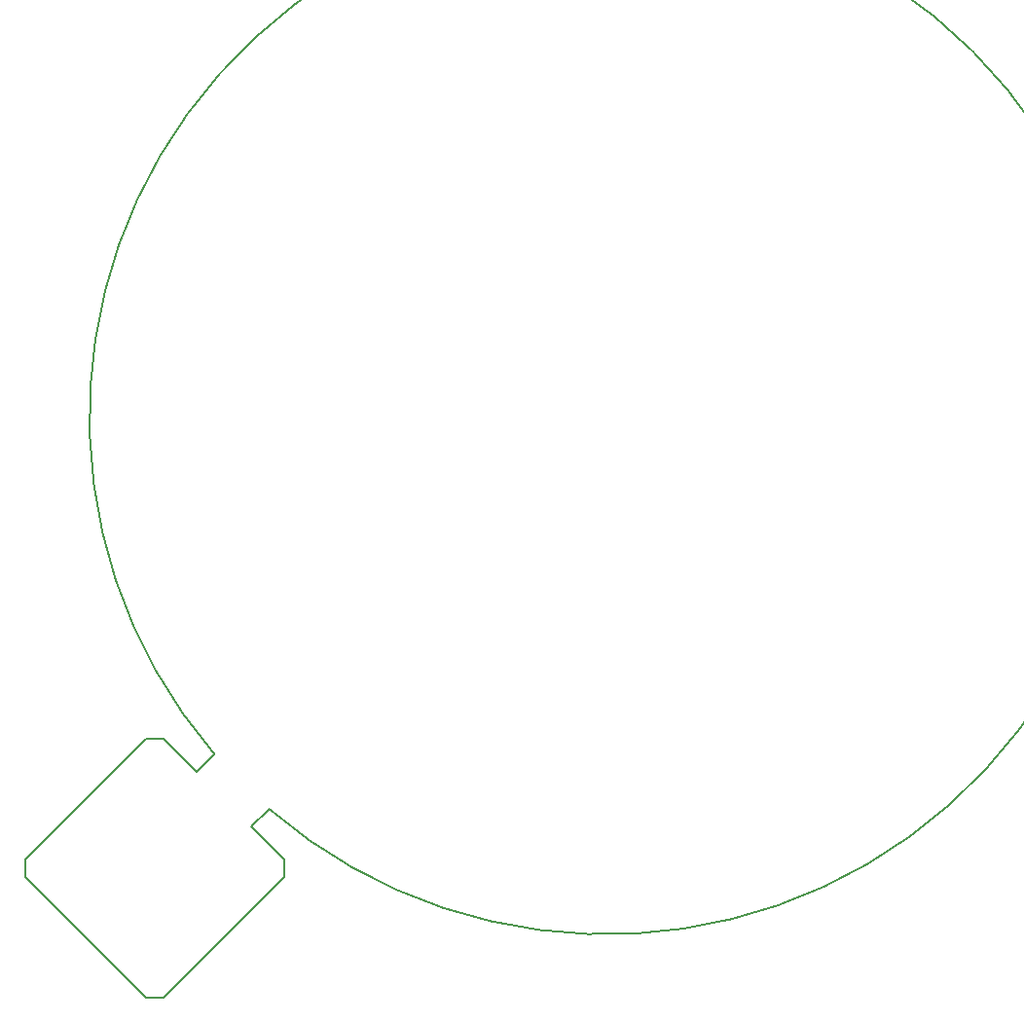
<source format=gko>
G04 Layer_Color=16711935*
%FSLAX44Y44*%
%MOMM*%
G71*
G01*
G75*
%ADD27C,0.2000*%
D27*
X-293652Y-340982D02*
G03*
X-341316Y-293263I293652J340982D01*
G01*
X-385607Y-279912D02*
X-356801Y-308718D01*
X-400607Y-279912D02*
X-385607D01*
X-505607Y-384912D02*
X-400607Y-279912D01*
X-385607Y-504912D02*
X-280607Y-399912D01*
X-280607Y-384912D02*
X-280607Y-399912D01*
X-309072Y-356448D02*
X-280607Y-384912D01*
X-505607Y-399912D02*
X-400607Y-504912D01*
X-505607Y-399912D02*
Y-384912D01*
X-400607Y-504912D02*
X-385607D01*
X-356801Y-308718D02*
X-341533Y-293449D01*
X-309072Y-356448D02*
X-293939Y-341315D01*
M02*

</source>
